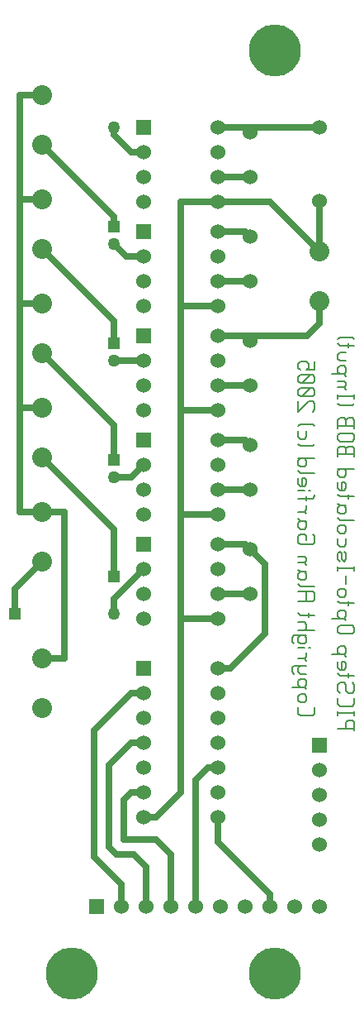
<source format=gbr>
G04 Title: (unknown), layergroup #1 *
G04 Creator: pcb-bin 1.99p *
G04 CreationDate: Tue Apr 19 06:04:17 2005 UTC *
G04 For: alan *
G04 Format: Gerber/RS-274X *
G04 PCB-Dimensions: 160000 400000 *
G04 PCB-Coordinate-Origin: lower left *
%MOIN*%
%FSLAX24Y24*%
G04 contains layers solder (0) GND-sldr (1) Vcc-sldr (2) *
%IPPOS*%
%ADD11C,0.0250*%
%ADD12C,0.0800*%
%ADD13C,0.0100*%
%ADD14C,0.0080*%
%ADD15R,0.0600X0.0600*%
%ADD16C,0.0600*%
%ADD17C,0.0200*%
%ADD18R,0.0500X0.0500*%
%ADD19C,0.0500*%
%ADD20C,0.0137*%
%ADD21C,0.2100*%
%LNGROUP_0*%
%LPD*%
G01X0Y0D02*
G54D11*X11600Y4500D02*Y4000D01*
X9500Y6600D02*X11600Y4500D01*
X9500Y7600D02*Y6600D01*
X9100Y9600D02*X8600Y9100D01*
X5600Y4900D02*X4500Y6000D01*
X5600Y4000D02*Y4900D01*
X6600Y5600D02*Y4000D01*
X6100Y6100D02*X6600Y5600D01*
X5400Y6100D02*X6100D01*
X5100Y6400D02*X5400Y6100D01*
X5100Y9700D02*Y6400D01*
X6000Y10600D02*X5100Y9700D01*
X5700Y8300D02*X6000Y8600D01*
X5700Y6700D02*Y8300D01*
X7000Y6700D02*X5700D01*
X7600Y6100D02*X7000Y6700D01*
X7600Y4000D02*Y6100D01*
X11600Y32400D02*X13600Y30400D01*
X10600Y18600D02*X11400Y17800D01*
Y15000D01*
X10000Y13600D01*
X10600Y22800D02*X10800Y22600D01*
X6500Y7600D02*X7000D01*
X8000Y8600D01*
Y32400D01*
X9500Y16600D02*X10800D01*
X9500Y28200D02*X8000D01*
X9500Y24000D02*X8000D01*
X9500Y19800D02*X8000D01*
X9500Y15600D02*X8000D01*
X6500Y34400D02*X6000D01*
X5300Y35100D01*
Y35400D01*
X2400Y34700D02*X5300Y31800D01*
Y31400D01*
Y30700D02*X5800Y30200D01*
X6500D01*
X2400Y30500D02*X5300Y27600D01*
Y26700D01*
Y26000D02*X6500D01*
X2400Y26300D02*X5300Y23400D01*
Y22000D01*
Y21300D02*X6000D01*
X6500Y21800D01*
X2400Y22100D02*X5300Y19200D01*
Y17300D01*
X2400Y36700D02*X1500D01*
Y19900D01*
X1300Y16800D02*X2400Y17900D01*
X1500Y24100D02*X2400D01*
Y28300D02*X1500D01*
X2400Y32500D02*X1500D01*
X1300Y15800D02*Y16800D01*
X1500Y19900D02*X3300D01*
Y14000D01*
X2400D01*
X6500Y17600D02*X5300Y16400D01*
Y15800D01*
X6000Y12600D02*X6500D01*
X8000Y32400D02*X11600D01*
X13600D02*Y30400D01*
X6000Y8600D02*X6500D01*
X4500Y6000D02*Y11100D01*
X9500Y33400D02*X10800D01*
X10600Y35400D02*X10800Y35200D01*
X9500Y35400D02*X13600D01*
X9500Y29200D02*X10800D01*
X9500Y31200D02*X10600D01*
X10800Y31000D01*
X9500Y25000D02*X10800D01*
X9500Y18600D02*X10600D01*
X13100Y27000D02*X13600Y27500D01*
X9500Y20800D02*X10800D01*
X9500Y22800D02*X10600D01*
X9500Y27000D02*X13100D01*
X10000Y13600D02*X9500D01*
X8600Y4000D02*Y9100D01*
X9100Y9600D02*X9500D01*
X13600Y27500D02*Y28400D01*
X6000Y10600D02*X6500D01*
X4500Y11100D02*X6000Y12600D01*
G04 Text: Copyright Alan Garfield (c) 2005 *
G54D14*X12736Y11783D02*Y12032D01*
X12819Y11700D02*X12736Y11783D01*
X12819Y11700D02*X13317D01*
X13400Y11783D01*
Y12032D01*
X12819Y12231D02*X12985D01*
X13068Y12314D01*
Y12480D01*
X12985Y12563D01*
X12819D02*X12985D01*
X12736Y12480D02*X12819Y12563D01*
X12736Y12314D02*Y12480D01*
X12819Y12231D02*X12736Y12314D01*
X12487Y12845D02*X12985D01*
X13068Y12762D02*X12985Y12845D01*
X13068Y12928D01*
Y13094D01*
X12985Y13177D01*
X12819D02*X12985D01*
X12736Y13094D02*X12819Y13177D01*
X12736Y12928D02*Y13094D01*
X12819Y12845D02*X12736Y12928D01*
X12819Y13377D02*X13068D01*
X12819D02*X12736Y13460D01*
X12570Y13709D02*X13068D01*
X12487Y13626D02*X12570Y13709D01*
X12487Y13460D02*Y13626D01*
X12570Y13377D02*X12487Y13460D01*
X12736D02*Y13626D01*
X12819Y13709D01*
X12736Y13991D02*X12985D01*
X13068Y14074D01*
Y14240D01*
Y13908D02*X12985Y13991D01*
X13151Y14439D02*X13234D01*
X12736D02*X12985D01*
X13068Y14854D02*X12985Y14937D01*
X13068Y14688D02*Y14854D01*
X12985Y14605D02*X13068Y14688D01*
X12819Y14605D02*X12985D01*
X12819D02*X12736Y14688D01*
Y14854D01*
X12819Y14937D01*
X12570Y14605D02*X12487Y14688D01*
Y14854D01*
X12570Y14937D01*
X13068D01*
X12736Y15137D02*X13400D01*
X12985D02*X13068Y15220D01*
Y15386D01*
X12985Y15469D01*
X12736D02*X12985D01*
X12819Y15751D02*X13400D01*
X12819D02*X12736Y15834D01*
X13151Y15668D02*Y15834D01*
X12736Y16299D02*X13317D01*
X13400Y16382D01*
Y16631D01*
X13317Y16714D01*
X12736D02*X13317D01*
X13068Y16299D02*Y16714D01*
X12819Y16914D02*X13400D01*
X12819D02*X12736Y16997D01*
X13068Y17412D02*X12985Y17495D01*
X13068Y17246D02*Y17412D01*
X12985Y17163D02*X13068Y17246D01*
X12819Y17163D02*X12985D01*
X12819D02*X12736Y17246D01*
X12819Y17495D02*X13068D01*
X12819D02*X12736Y17578D01*
Y17246D02*Y17412D01*
X12819Y17495D01*
X12736Y17860D02*X12985D01*
X13068Y17943D01*
Y18026D01*
X12985Y18109D01*
X12736D02*X12985D01*
X13068Y17777D02*X12985Y17860D01*
X13400Y18939D02*X13317Y19022D01*
X13400Y18690D02*Y18939D01*
X13317Y18607D02*X13400Y18690D01*
X12819Y18607D02*X13317D01*
X12819D02*X12736Y18690D01*
Y18939D01*
X12819Y19022D01*
X12985D01*
X13068Y18939D02*X12985Y19022D01*
X13068Y18773D02*Y18939D01*
Y19471D02*X12985Y19554D01*
X13068Y19305D02*Y19471D01*
X12985Y19222D02*X13068Y19305D01*
X12819Y19222D02*X12985D01*
X12819D02*X12736Y19305D01*
X12819Y19554D02*X13068D01*
X12819D02*X12736Y19637D01*
Y19305D02*Y19471D01*
X12819Y19554D01*
X12736Y19919D02*X12985D01*
X13068Y20002D01*
Y20168D01*
Y19836D02*X12985Y19919D01*
X12736Y20450D02*X13317D01*
X13400Y20533D01*
Y20616D01*
X13068Y20367D02*Y20533D01*
X13151Y20783D02*X13234D01*
X12736D02*X12985D01*
X12736Y21032D02*Y21281D01*
X12819Y20949D02*X12736Y21032D01*
X12819Y20949D02*X12985D01*
X13068Y21032D01*
Y21198D01*
X12985Y21281D01*
X12902Y20949D02*Y21281D01*
X12985D01*
X12819Y21480D02*X13400D01*
X12819D02*X12736Y21563D01*
Y22061D02*X13400D01*
X12736Y21978D02*X12819Y22061D01*
X12736Y21812D02*Y21978D01*
X12819Y21729D02*X12736Y21812D01*
X12819Y21729D02*X12985D01*
X13068Y21812D01*
Y21978D01*
X12985Y22061D01*
X12819Y22559D02*X12736Y22642D01*
X13317Y22559D02*X13400Y22642D01*
X12819Y22559D02*X13317D01*
X13068Y22925D02*Y23174D01*
X12985Y22842D02*X13068Y22925D01*
X12819Y22842D02*X12985D01*
X12819D02*X12736Y22925D01*
Y23174D01*
X13400Y23373D02*X13317Y23456D01*
X12819D02*X13317D01*
X12736Y23373D02*X12819Y23456D01*
X13317Y23954D02*X13400Y24037D01*
Y24286D01*
X13317Y24369D01*
X13151D02*X13317D01*
X12736Y23954D02*X13151Y24369D01*
X12736Y23954D02*Y24369D01*
X12819Y24569D02*X12736Y24652D01*
X12819Y24569D02*X13317D01*
X13400Y24652D01*
Y24818D01*
X13317Y24901D01*
X12819D02*X13317D01*
X12736Y24818D02*X12819Y24901D01*
X12736Y24652D02*Y24818D01*
X12902Y24569D02*X13234Y24901D01*
X12819Y25100D02*X12736Y25183D01*
X12819Y25100D02*X13317D01*
X13400Y25183D01*
Y25349D01*
X13317Y25432D01*
X12819D02*X13317D01*
X12736Y25349D02*X12819Y25432D01*
X12736Y25183D02*Y25349D01*
X12902Y25100D02*X13234Y25432D01*
X13400Y25631D02*Y25963D01*
X13068Y25631D02*X13400D01*
X13068D02*X13151Y25714D01*
Y25880D01*
X13068Y25963D01*
X12819D02*X13068D01*
X12736Y25880D02*X12819Y25963D01*
X12736Y25714D02*Y25880D01*
X12819Y25631D02*X12736Y25714D01*
G04 Text: PICStep Opto-Iscolated BOB (Input) *
X14336Y11183D02*X15000D01*
Y11100D02*Y11432D01*
X14917Y11515D01*
X14751D02*X14917D01*
X14668Y11432D02*X14751Y11515D01*
X14668Y11183D02*Y11432D01*
X15000Y11714D02*Y11880D01*
X14336Y11797D02*X15000D01*
X14336Y11714D02*Y11880D01*
Y12162D02*Y12411D01*
X14419Y12079D02*X14336Y12162D01*
X14419Y12079D02*X14917D01*
X15000Y12162D01*
Y12411D01*
Y12943D02*X14917Y13026D01*
X15000Y12694D02*Y12943D01*
X14917Y12611D02*X15000Y12694D01*
X14751Y12611D02*X14917D01*
X14751D02*X14668Y12694D01*
Y12943D01*
X14585Y13026D01*
X14419D02*X14585D01*
X14336Y12943D02*X14419Y13026D01*
X14336Y12694D02*Y12943D01*
X14419Y12611D02*X14336Y12694D01*
X14419Y13308D02*X15000D01*
X14419D02*X14336Y13391D01*
X14751Y13225D02*Y13391D01*
X14336Y13640D02*Y13889D01*
X14419Y13557D02*X14336Y13640D01*
X14419Y13557D02*X14585D01*
X14668Y13640D01*
Y13806D01*
X14585Y13889D01*
X14502Y13557D02*Y13889D01*
X14585D01*
X14087Y14171D02*X14585D01*
X14668Y14088D02*X14585Y14171D01*
X14668Y14254D01*
Y14420D01*
X14585Y14503D01*
X14419D02*X14585D01*
X14336Y14420D02*X14419Y14503D01*
X14336Y14254D02*Y14420D01*
X14419Y14171D02*X14336Y14254D01*
X14419Y15002D02*X14917D01*
X15000Y15085D01*
Y15251D01*
X14917Y15334D01*
X14419D02*X14917D01*
X14336Y15251D02*X14419Y15334D01*
X14336Y15085D02*Y15251D01*
X14419Y15002D02*X14336Y15085D01*
X14087Y15616D02*X14585D01*
X14668Y15533D02*X14585Y15616D01*
X14668Y15699D01*
Y15865D01*
X14585Y15948D01*
X14419D02*X14585D01*
X14336Y15865D02*X14419Y15948D01*
X14336Y15699D02*Y15865D01*
X14419Y15616D02*X14336Y15699D01*
X14419Y16230D02*X15000D01*
X14419D02*X14336Y16313D01*
X14751Y16147D02*Y16313D01*
X14419Y16480D02*X14585D01*
X14668Y16563D01*
Y16729D01*
X14585Y16812D01*
X14419D02*X14585D01*
X14336Y16729D02*X14419Y16812D01*
X14336Y16563D02*Y16729D01*
X14419Y16480D02*X14336Y16563D01*
X14668Y17011D02*Y17343D01*
X15000Y17542D02*Y17708D01*
X14336Y17625D02*X15000D01*
X14336Y17542D02*Y17708D01*
Y17991D02*Y18240D01*
X14419Y18323D01*
X14502Y18240D02*X14419Y18323D01*
X14502Y17991D02*Y18240D01*
X14585Y17908D02*X14502Y17991D01*
X14585Y17908D02*X14668Y17991D01*
Y18240D01*
X14585Y18323D01*
X14419Y17908D02*X14336Y17991D01*
X14668Y18605D02*Y18854D01*
X14585Y18522D02*X14668Y18605D01*
X14419Y18522D02*X14585D01*
X14419D02*X14336Y18605D01*
Y18854D01*
X14419Y19053D02*X14585D01*
X14668Y19136D01*
Y19302D01*
X14585Y19385D01*
X14419D02*X14585D01*
X14336Y19302D02*X14419Y19385D01*
X14336Y19136D02*Y19302D01*
X14419Y19053D02*X14336Y19136D01*
X14419Y19585D02*X15000D01*
X14419D02*X14336Y19668D01*
X14668Y20083D02*X14585Y20166D01*
X14668Y19917D02*Y20083D01*
X14585Y19834D02*X14668Y19917D01*
X14419Y19834D02*X14585D01*
X14419D02*X14336Y19917D01*
X14419Y20166D02*X14668D01*
X14419D02*X14336Y20249D01*
Y19917D02*Y20083D01*
X14419Y20166D01*
Y20531D02*X15000D01*
X14419D02*X14336Y20614D01*
X14751Y20448D02*Y20614D01*
X14336Y20863D02*Y21112D01*
X14419Y20780D02*X14336Y20863D01*
X14419Y20780D02*X14585D01*
X14668Y20863D01*
Y21029D01*
X14585Y21112D01*
X14502Y20780D02*Y21112D01*
X14585D01*
X14336Y21644D02*X15000D01*
X14336Y21561D02*X14419Y21644D01*
X14336Y21395D02*Y21561D01*
X14419Y21312D02*X14336Y21395D01*
X14419Y21312D02*X14585D01*
X14668Y21395D01*
Y21561D01*
X14585Y21644D01*
X14336Y22142D02*Y22474D01*
X14419Y22557D01*
X14585D01*
X14668Y22474D02*X14585Y22557D01*
X14668Y22225D02*Y22474D01*
X14336Y22225D02*X15000D01*
Y22142D02*Y22474D01*
X14917Y22557D01*
X14751D02*X14917D01*
X14668Y22474D02*X14751Y22557D01*
X14419Y22756D02*X14917D01*
X15000Y22839D01*
Y23005D01*
X14917Y23088D01*
X14419D02*X14917D01*
X14336Y23005D02*X14419Y23088D01*
X14336Y22839D02*Y23005D01*
X14419Y22756D02*X14336Y22839D01*
Y23288D02*Y23620D01*
X14419Y23703D01*
X14585D01*
X14668Y23620D02*X14585Y23703D01*
X14668Y23371D02*Y23620D01*
X14336Y23371D02*X15000D01*
Y23288D02*Y23620D01*
X14917Y23703D01*
X14751D02*X14917D01*
X14668Y23620D02*X14751Y23703D01*
X14419Y24201D02*X14336Y24284D01*
X14917Y24201D02*X15000Y24284D01*
X14419Y24201D02*X14917D01*
X15000Y24483D02*Y24649D01*
X14336Y24566D02*X15000D01*
X14336Y24483D02*Y24649D01*
Y24932D02*X14585D01*
X14668Y25015D01*
Y25098D01*
X14585Y25181D01*
X14336D02*X14585D01*
X14668Y24849D02*X14585Y24932D01*
X14087Y25463D02*X14585D01*
X14668Y25380D02*X14585Y25463D01*
X14668Y25546D01*
Y25712D01*
X14585Y25795D01*
X14419D02*X14585D01*
X14336Y25712D02*X14419Y25795D01*
X14336Y25546D02*Y25712D01*
X14419Y25463D02*X14336Y25546D01*
X14419Y25994D02*X14668D01*
X14419D02*X14336Y26077D01*
Y26243D01*
X14419Y26326D01*
X14668D01*
X14419Y26609D02*X15000D01*
X14419D02*X14336Y26692D01*
X14751Y26526D02*Y26692D01*
X15000Y26858D02*X14917Y26941D01*
X14419D02*X14917D01*
X14336Y26858D02*X14419Y26941D01*
G54D12*X13600Y30400D03*
Y28400D03*
G54D15*X6500Y13600D03*
G54D16*Y12600D03*
Y11600D03*
Y10600D03*
Y9600D03*
Y8600D03*
Y7600D03*
X9500D03*
Y8600D03*
Y9600D03*
Y10600D03*
Y11600D03*
Y12600D03*
Y13600D03*
G54D15*X13600Y10500D03*
G54D16*Y9500D03*
Y8500D03*
Y7500D03*
Y6500D03*
G54D12*X2400Y17900D03*
Y19900D03*
Y22100D03*
Y24100D03*
Y26300D03*
Y28300D03*
Y30500D03*
Y32500D03*
Y34700D03*
Y36700D03*
G54D18*X5300Y31400D03*
G54D19*Y35400D03*
G54D18*Y26700D03*
G54D19*Y30700D03*
G54D18*Y22000D03*
G54D19*Y26000D03*
G54D18*Y17300D03*
G54D19*Y21300D03*
G54D18*X1300Y15800D03*
G54D19*X5300D03*
G54D15*X6500Y35400D03*
G54D16*Y34400D03*
Y33400D03*
Y32400D03*
X9500D03*
Y33400D03*
Y34400D03*
Y35400D03*
G54D15*X6500Y31200D03*
G54D16*Y30200D03*
Y29200D03*
Y28200D03*
X9500D03*
Y29200D03*
Y30200D03*
Y31200D03*
G54D15*X6500Y27000D03*
G54D16*Y26000D03*
Y25000D03*
Y24000D03*
X9500D03*
Y25000D03*
Y26000D03*
Y27000D03*
G54D15*X6500Y18600D03*
G54D16*Y17600D03*
Y16600D03*
Y15600D03*
X9500D03*
Y16600D03*
Y17600D03*
Y18600D03*
G54D15*X6500Y22800D03*
G54D16*Y21800D03*
Y20800D03*
Y19800D03*
X9500D03*
Y20800D03*
Y21800D03*
Y22800D03*
G54D12*X2400Y12000D03*
Y14000D03*
G54D16*X10800Y18400D03*
Y16600D03*
Y22600D03*
Y20800D03*
Y26800D03*
Y25000D03*
Y31000D03*
Y29200D03*
Y35200D03*
Y33400D03*
X13614Y32447D03*
X13615Y35395D03*
G54D15*X4600Y4000D03*
G54D16*X5600D03*
X6600D03*
X7600D03*
X8600D03*
X9600D03*
X10600D03*
X11600D03*
X12600D03*
X13600D03*
G54D21*X3607Y1307D03*
X11807Y38507D03*
Y1307D03*
M02*

</source>
